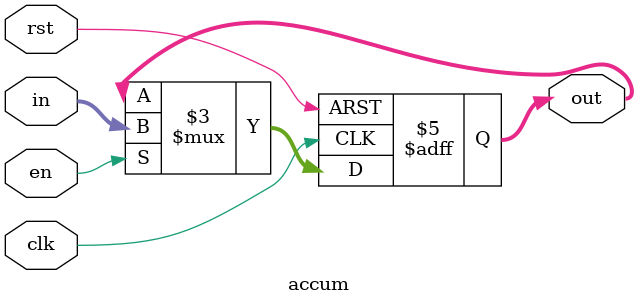
<source format=v>
module accum(input en, clk, rst, input [15:0] in, output reg [15:0] out);
always@ (posedge clk , negedge rst) begin
	if (~rst) begin
		out <= 16'b00;
	end 
	else if(en)begin
		out <= in;
	end
end
endmodule

</source>
